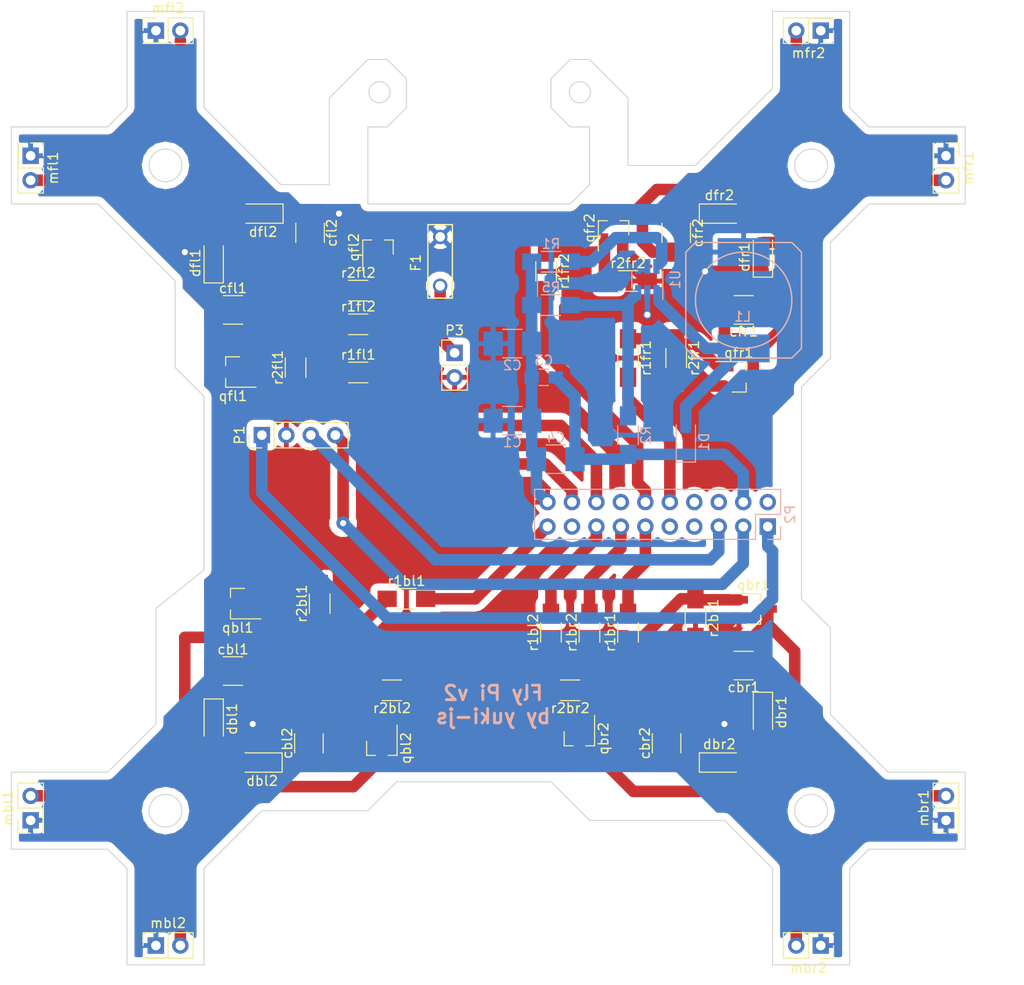
<source format=kicad_pcb>
(kicad_pcb (version 4) (host pcbnew 4.0.1-stable)
  (layers (0 F.Cu signal) (31 B.Cu signal) (34 B.Paste user hide) (35 F.Paste user hide) (36 B.SilkS user) (37 F.SilkS user) (38 B.Mask user hide) (39 F.Mask user hide) (44 Edge.Cuts user))
  (net 0 "")
  (net 1 Batt+)
  (net 2 Batt-)
  (net 3 5Vout)
  (net 4 "Net-(cbl1-Pad2)")
  (net 5 "Net-(cbl2-Pad2)")
  (net 6 "Net-(cbr1-Pad2)")
  (net 7 "Net-(cbr2-Pad2)")
  (net 8 "Net-(cfl1-Pad2)")
  (net 9 "Net-(cfl2-Pad2)")
  (net 10 "Net-(cfr1-Pad2)")
  (net 11 "Net-(cfr2-Pad2)")
  (net 12 "Net-(D1-Pad2)")
  (net 13 "Net-(F1-Pad1)")
  (net 14 "Net-(P1-Pad1)")
  (net 15 "Net-(P1-Pad3)")
  (net 16 "Net-(P1-Pad4)")
  (net 17 "Net-(P2-Pad10)")
  (net 18 "Net-(P2-Pad11)")
  (net 19 "Net-(P2-Pad12)")
  (net 20 "Net-(P2-Pad13)")
  (net 21 "Net-(P2-Pad15)")
  (net 22 "Net-(P2-Pad16)")
  (net 23 "Net-(P2-Pad18)")
  (net 24 "Net-(P2-Pad19)")
  (net 25 "Net-(qbl1-Pad2)")
  (net 26 "Net-(qbl2-Pad2)")
  (net 27 "Net-(qbr1-Pad2)")
  (net 28 "Net-(qbr2-Pad2)")
  (net 29 "Net-(qfl1-Pad2)")
  (net 30 "Net-(qfl2-Pad2)")
  (net 31 "Net-(qfr1-Pad2)")
  (net 32 "Net-(qfr2-Pad2)")
  (net 33 "Net-(R1-Pad1)")
  (net 34 "Net-(R2-Pad2)")
  (module Capacitors_SMD:C_1210_HandSoldering (layer B.Cu) (at 64 54.5)
    (fp_text reference C1 (at 0 2.25) (layer B.SilkS) (effects (justify mirror)))
    (fp_text value 0.1uF)
    (pad 1 smd rect (at -2 0) (size 2 2.5) (layers B.Cu B.Paste B.Mask) (net 1 Batt+))
    (pad 2 smd rect (at 2 0) (size 2 2.5) (layers B.Cu B.Paste B.Mask) (net 2 Batt-))
  )
  (module Capacitors_SMD:C_1210_HandSoldering (layer B.Cu) (at 64 46.5)
    (fp_text reference C2 (at 0 2.25) (layer B.SilkS) (effects (justify mirror)))
    (fp_text value 10uF)
    (pad 1 smd rect (at -2 0) (size 2 2.5) (layers B.Cu B.Paste B.Mask) (net 1 Batt+))
    (pad 2 smd rect (at 2 0) (size 2 2.5) (layers B.Cu B.Paste B.Mask) (net 2 Batt-))
  )
  (module Capacitors_SMD:C_0805_HandSoldering (layer B.Cu) (at 67.25 50 180)
    (fp_text reference C3 (at 0 1.75 180) (layer B.SilkS) (effects (justify mirror)))
    (fp_text value 22uF)
    (pad 1 smd rect (at -1.25 0 180) (size 1.5 1.25) (layers B.Cu B.Paste B.Mask) (net 3 5Vout))
    (pad 2 smd rect (at 1.25 0 180) (size 1.5 1.25) (layers B.Cu B.Paste B.Mask) (net 2 Batt-))
  )
  (module Capacitors_SMD:C_1210_HandSoldering (layer B.Cu) (at 68.5 58.5 180)
    (fp_text reference C4 (at 0 2.25 180) (layer B.SilkS) (effects (justify mirror)))
    (fp_text value 0.1uF)
    (pad 1 smd rect (at -2 0 180) (size 2 2.5) (layers B.Cu B.Paste B.Mask) (net 3 5Vout))
    (pad 2 smd rect (at 2 0 180) (size 2 2.5) (layers B.Cu B.Paste B.Mask) (net 2 Batt-))
  )
  (module Capacitors_SMD:C_1210_HandSoldering (layer F.Cu) (at 35 80.5)
    (fp_text reference cbl1 (at 0 -2.25) (layer F.SilkS))
    (fp_text value 0.1u)
    (pad 1 smd rect (at -2 0) (size 2 2.5) (layers F.Cu F.Paste F.Mask) (net 1 Batt+))
    (pad 2 smd rect (at 2 0) (size 2 2.5) (layers F.Cu F.Paste F.Mask) (net 4 "Net-(cbl1-Pad2)"))
  )
  (module Capacitors_SMD:C_1210_HandSoldering (layer F.Cu) (at 42.88 88 90)
    (fp_text reference cbl2 (at 0 -2.25 90) (layer F.SilkS))
    (fp_text value 0.1u)
    (pad 1 smd rect (at -2 0 90) (size 2 2.5) (layers F.Cu F.Paste F.Mask) (net 1 Batt+))
    (pad 2 smd rect (at 2 0 90) (size 2 2.5) (layers F.Cu F.Paste F.Mask) (net 5 "Net-(cbl2-Pad2)"))
  )
  (module Capacitors_SMD:C_1210_HandSoldering (layer F.Cu) (at 88 79.93 180)
    (fp_text reference cbr1 (at 0 -2.25 180) (layer F.SilkS))
    (fp_text value 0.1u)
    (pad 1 smd rect (at -2 0 180) (size 2 2.5) (layers F.Cu F.Paste F.Mask) (net 1 Batt+))
    (pad 2 smd rect (at 2 0 180) (size 2 2.5) (layers F.Cu F.Paste F.Mask) (net 6 "Net-(cbr1-Pad2)"))
  )
  (module Capacitors_SMD:C_1210_HandSoldering (layer F.Cu) (at 80 88 90)
    (fp_text reference cbr2 (at 0 -2.25 90) (layer F.SilkS))
    (fp_text value 0.1u)
    (pad 1 smd rect (at -2 0 90) (size 2 2.5) (layers F.Cu F.Paste F.Mask) (net 1 Batt+))
    (pad 2 smd rect (at 2 0 90) (size 2 2.5) (layers F.Cu F.Paste F.Mask) (net 7 "Net-(cbr2-Pad2)"))
  )
  (module Capacitors_SMD:C_1210_HandSoldering (layer F.Cu) (at 35 43)
    (fp_text reference cfl1 (at 0 -2.25) (layer F.SilkS))
    (fp_text value 0.1u)
    (pad 1 smd rect (at -2 0) (size 2 2.5) (layers F.Cu F.Paste F.Mask) (net 1 Batt+))
    (pad 2 smd rect (at 2 0) (size 2 2.5) (layers F.Cu F.Paste F.Mask) (net 8 "Net-(cfl1-Pad2)"))
  )
  (module Capacitors_SMD:C_1210_HandSoldering (layer F.Cu) (at 43 35 270)
    (fp_text reference cfl2 (at 0 -2.25 270) (layer F.SilkS))
    (fp_text value 0.1u)
    (pad 1 smd rect (at -2 0 270) (size 2 2.5) (layers F.Cu F.Paste F.Mask) (net 1 Batt+))
    (pad 2 smd rect (at 2 0 270) (size 2 2.5) (layers F.Cu F.Paste F.Mask) (net 9 "Net-(cfl2-Pad2)"))
  )
  (module Capacitors_SMD:C_1210_HandSoldering (layer F.Cu) (at 88 43 180)
    (fp_text reference cfr1 (at 0 -2.25 180) (layer F.SilkS))
    (fp_text value 0.1u)
    (pad 1 smd rect (at -2 0 180) (size 2 2.5) (layers F.Cu F.Paste F.Mask) (net 1 Batt+))
    (pad 2 smd rect (at 2 0 180) (size 2 2.5) (layers F.Cu F.Paste F.Mask) (net 10 "Net-(cfr1-Pad2)"))
  )
  (module Capacitors_SMD:C_1210_HandSoldering (layer F.Cu) (at 81 35 270)
    (fp_text reference cfr2 (at 0 -2.25 270) (layer F.SilkS))
    (fp_text value 0.1u)
    (pad 1 smd rect (at -2 0 270) (size 2 2.5) (layers F.Cu F.Paste F.Mask) (net 1 Batt+))
    (pad 2 smd rect (at 2 0 270) (size 2 2.5) (layers F.Cu F.Paste F.Mask) (net 11 "Net-(cfr2-Pad2)"))
  )
  (module Diodes_SMD:D_SOD-123F (layer B.Cu) (at 82 56.6 90)
    (fp_text reference D1 (at -0.127 1.905 90) (layer B.SilkS) (effects (justify mirror)))
    (fp_text value 1N5817)
    (pad 1 smd rect (at -1.4 0 90) (size 1.1 1.1) (layers B.Cu B.Paste B.Mask) (net 3 5Vout))
    (pad 2 smd rect (at 1.4 0 90) (size 1.1 1.1) (layers B.Cu B.Paste B.Mask) (net 12 "Net-(D1-Pad2)"))
  )
  (module Diodes_SMD:D_SOD-123F (layer F.Cu) (at 33 85.6 270)
    (fp_text reference dbl1 (at -0.127 -1.905 270) (layer F.SilkS))
    (fp_text value D_Small)
    (pad 1 smd rect (at -1.4 0 270) (size 1.1 1.1) (layers F.Cu F.Paste F.Mask) (net 1 Batt+))
    (pad 2 smd rect (at 1.4 0 270) (size 1.1 1.1) (layers F.Cu F.Paste F.Mask) (net 4 "Net-(cbl1-Pad2)"))
  )
  (module Diodes_SMD:D_SOD-123F (layer F.Cu) (at 37.9 90 180)
    (fp_text reference dbl2 (at -0.127 -1.905 180) (layer F.SilkS))
    (fp_text value D_Small)
    (pad 1 smd rect (at -1.4 0 180) (size 1.1 1.1) (layers F.Cu F.Paste F.Mask) (net 1 Batt+))
    (pad 2 smd rect (at 1.4 0 180) (size 1.1 1.1) (layers F.Cu F.Paste F.Mask) (net 5 "Net-(cbl2-Pad2)"))
  )
  (module Diodes_SMD:D_SOD-123F (layer F.Cu) (at 90 84.9 270)
    (fp_text reference dbr1 (at -0.127 -1.905 270) (layer F.SilkS))
    (fp_text value D_Small)
    (pad 1 smd rect (at -1.4 0 270) (size 1.1 1.1) (layers F.Cu F.Paste F.Mask) (net 1 Batt+))
    (pad 2 smd rect (at 1.4 0 270) (size 1.1 1.1) (layers F.Cu F.Paste F.Mask) (net 6 "Net-(cbr1-Pad2)"))
  )
  (module Diodes_SMD:D_SOD-123F (layer F.Cu) (at 85.6 90)
    (fp_text reference dbr2 (at -0.127 -1.905) (layer F.SilkS))
    (fp_text value D_Small)
    (pad 1 smd rect (at -1.4 0) (size 1.1 1.1) (layers F.Cu F.Paste F.Mask) (net 1 Batt+))
    (pad 2 smd rect (at 1.4 0) (size 1.1 1.1) (layers F.Cu F.Paste F.Mask) (net 7 "Net-(cbr2-Pad2)"))
  )
  (module Diodes_SMD:D_SOD-123F (layer F.Cu) (at 33 38 90)
    (fp_text reference dfl1 (at -0.127 -1.905 90) (layer F.SilkS))
    (fp_text value D_Small)
    (pad 1 smd rect (at -1.4 0 90) (size 1.1 1.1) (layers F.Cu F.Paste F.Mask) (net 1 Batt+))
    (pad 2 smd rect (at 1.4 0 90) (size 1.1 1.1) (layers F.Cu F.Paste F.Mask) (net 8 "Net-(cfl1-Pad2)"))
  )
  (module Diodes_SMD:D_SOD-123F (layer F.Cu) (at 38 33 180)
    (fp_text reference dfl2 (at -0.127 -1.905 180) (layer F.SilkS))
    (fp_text value D_Small)
    (pad 1 smd rect (at -1.4 0 180) (size 1.1 1.1) (layers F.Cu F.Paste F.Mask) (net 1 Batt+))
    (pad 2 smd rect (at 1.4 0 180) (size 1.1 1.1) (layers F.Cu F.Paste F.Mask) (net 9 "Net-(cfl2-Pad2)"))
  )
  (module Diodes_SMD:D_SOD-123F (layer F.Cu) (at 90 37.4 90)
    (fp_text reference dfr1 (at -0.127 -1.905 90) (layer F.SilkS))
    (fp_text value D_Small)
    (pad 1 smd rect (at -1.4 0 90) (size 1.1 1.1) (layers F.Cu F.Paste F.Mask) (net 1 Batt+))
    (pad 2 smd rect (at 1.4 0 90) (size 1.1 1.1) (layers F.Cu F.Paste F.Mask) (net 10 "Net-(cfr1-Pad2)"))
  )
  (module Diodes_SMD:D_SOD-123F (layer F.Cu) (at 85.6 33)
    (fp_text reference dfr2 (at -0.127 -1.905) (layer F.SilkS))
    (fp_text value D_Small)
    (pad 1 smd rect (at -1.4 0) (size 1.1 1.1) (layers F.Cu F.Paste F.Mask) (net 1 Batt+))
    (pad 2 smd rect (at 1.4 0) (size 1.1 1.1) (layers F.Cu F.Paste F.Mask) (net 11 "Net-(cfr2-Pad2)"))
  )
  (module footprint:polysw (layer F.Cu) (at 56.5 37.96 90)
    (fp_text reference F1 (at -0.14986 -2.52984 90) (layer F.SilkS))
    (fp_text value "Poly switch")
    (pad 1 thru_hole circle (at -2.54 0 90) (size 1.50114 1.50114) (drill 1.00076) (layers *.Cu *.Mask) (net 13 "Net-(F1-Pad1)"))
    (pad 2 thru_hole circle (at 2.54 0.01016 90) (size 1.50114 1.50114) (drill 1.00076) (layers *.Cu *.Mask) (net 1 Batt+))
  )
  (module Inductors:SELF-WE-PD-XXL (layer B.Cu) (at 88 41.99874 90)
    (fp_text reference L1 (at -1.69926 -0.09906 360) (layer B.SilkS) (effects (justify mirror)))
    (fp_text value 3.3uH)
    (fp_text user "" (at 0 0 90) (layer B.SilkS) (effects (justify mirror)))
    (fp_text user "" (at 0 0 90) (layer B.SilkS) (effects (justify mirror)))
    (pad 1 smd rect (at -5.00126 0 90) (size 2.90068 5.40004) (layers B.Cu B.Paste B.Mask) (net 12 "Net-(D1-Pad2)"))
    (pad 2 smd rect (at 5.00126 0 90) (size 2.90068 5.40004) (layers B.Cu B.Paste B.Mask) (net 1 Batt+))
  )
  (module Pin_Headers:Pin_Header_Straight_2x01_Pitch2.54mm (layer F.Cu) (at 14 96 90)
    (fp_text reference mbl1 (at 1.27 -2.33 90) (layer F.SilkS))
    (fp_text value mbl1)
    (pad 1 thru_hole rect (at 0 0 90) (size 1.7 1.7) (drill 1) (layers *.Cu *.Mask) (net 1 Batt+))
    (pad 2 thru_hole oval (at 2.54 0 90) (size 1.7 1.7) (drill 1) (layers *.Cu *.Mask) (net 4 "Net-(cbl1-Pad2)"))
  )
  (module Pin_Headers:Pin_Header_Straight_2x01_Pitch2.54mm (layer F.Cu) (at 27 109)
    (fp_text reference mbl2 (at 1.27 -2.33) (layer F.SilkS))
    (fp_text value mbl2)
    (pad 1 thru_hole rect (at 0 0) (size 1.7 1.7) (drill 1) (layers *.Cu *.Mask) (net 1 Batt+))
    (pad 2 thru_hole oval (at 2.54 0) (size 1.7 1.7) (drill 1) (layers *.Cu *.Mask) (net 5 "Net-(cbl2-Pad2)"))
  )
  (module Pin_Headers:Pin_Header_Straight_2x01_Pitch2.54mm (layer F.Cu) (at 109 96 90)
    (fp_text reference mbr1 (at 1.27 -2.33 90) (layer F.SilkS))
    (fp_text value mbr1)
    (pad 1 thru_hole rect (at 0 0 90) (size 1.7 1.7) (drill 1) (layers *.Cu *.Mask) (net 1 Batt+))
    (pad 2 thru_hole oval (at 2.54 0 90) (size 1.7 1.7) (drill 1) (layers *.Cu *.Mask) (net 6 "Net-(cbr1-Pad2)"))
  )
  (module Pin_Headers:Pin_Header_Straight_2x01_Pitch2.54mm (layer F.Cu) (at 96 109 180)
    (fp_text reference mbr2 (at 1.27 -2.33 180) (layer F.SilkS))
    (fp_text value mbr2)
    (pad 1 thru_hole rect (at 0 0 180) (size 1.7 1.7) (drill 1) (layers *.Cu *.Mask) (net 1 Batt+))
    (pad 2 thru_hole oval (at 2.54 0 180) (size 1.7 1.7) (drill 1) (layers *.Cu *.Mask) (net 7 "Net-(cbr2-Pad2)"))
  )
  (module Pin_Headers:Pin_Header_Straight_2x01_Pitch2.54mm (layer F.Cu) (at 14 27 270)
    (fp_text reference mfl1 (at 1.27 -2.33 270) (layer F.SilkS))
    (fp_text value CONN_01X02)
    (pad 1 thru_hole rect (at 0 0 270) (size 1.7 1.7) (drill 1) (layers *.Cu *.Mask) (net 1 Batt+))
    (pad 2 thru_hole oval (at 2.54 0 270) (size 1.7 1.7) (drill 1) (layers *.Cu *.Mask) (net 8 "Net-(cfl1-Pad2)"))
  )
  (module Pin_Headers:Pin_Header_Straight_2x01_Pitch2.54mm (layer F.Cu) (at 27 14)
    (fp_text reference mfl2 (at 1.27 -2.33) (layer F.SilkS))
    (fp_text value CONN_01X02)
    (pad 1 thru_hole rect (at 0 0) (size 1.7 1.7) (drill 1) (layers *.Cu *.Mask) (net 1 Batt+))
    (pad 2 thru_hole oval (at 2.54 0) (size 1.7 1.7) (drill 1) (layers *.Cu *.Mask) (net 9 "Net-(cfl2-Pad2)"))
  )
  (module Pin_Headers:Pin_Header_Straight_2x01_Pitch2.54mm (layer F.Cu) (at 109 27 270)
    (fp_text reference mfr1 (at 1.27 -2.33 270) (layer F.SilkS))
    (fp_text value CONN_01X02)
    (pad 1 thru_hole rect (at 0 0 270) (size 1.7 1.7) (drill 1) (layers *.Cu *.Mask) (net 1 Batt+))
    (pad 2 thru_hole oval (at 2.54 0 270) (size 1.7 1.7) (drill 1) (layers *.Cu *.Mask) (net 10 "Net-(cfr1-Pad2)"))
  )
  (module Pin_Headers:Pin_Header_Straight_2x01_Pitch2.54mm (layer F.Cu) (at 96 14 180)
    (fp_text reference mfr2 (at 1.27 -2.33 180) (layer F.SilkS))
    (fp_text value CONN_01X02)
    (pad 1 thru_hole rect (at 0 0 180) (size 1.7 1.7) (drill 1) (layers *.Cu *.Mask) (net 1 Batt+))
    (pad 2 thru_hole oval (at 2.54 0 180) (size 1.7 1.7) (drill 1) (layers *.Cu *.Mask) (net 11 "Net-(cfr2-Pad2)"))
  )
  (module Pin_Headers:Pin_Header_Straight_1x02_Pitch2.54mm (layer F.Cu) (at 58 47.46)
    (fp_text reference P3 (at 0 -2.33) (layer F.SilkS))
    (fp_text value Batt)
    (pad 1 thru_hole rect (at 0 0) (size 1.7 1.7) (drill 1) (layers *.Cu *.Mask) (net 13 "Net-(F1-Pad1)"))
    (pad 2 thru_hole oval (at 0 2.54) (size 1.7 1.7) (drill 1) (layers *.Cu *.Mask) (net 2 Batt-))
  )
  (module footprint:SPN3414S23RGB (layer F.Cu) (at 35.5 73.5 180)
    (fp_text reference qbl1 (at 0 -2.5 180) (layer F.SilkS))
    (fp_text value SS8050)
    (pad 2 smd rect (at -1.5 -0.95 180) (size 1.9 0.8) (layers F.Cu F.Paste F.Mask) (net 25 "Net-(qbl1-Pad2)"))
    (pad 3 smd rect (at -1.5 0.95 180) (size 1.9 0.8) (layers F.Cu F.Paste F.Mask) (net 2 Batt-))
    (pad 1 smd rect (at 1.5 0 180) (size 1.9 0.8) (layers F.Cu F.Paste F.Mask) (net 4 "Net-(cbl1-Pad2)"))
  )
  (module footprint:SPN3414S23RGB (layer F.Cu) (at 50.45 88.5 270)
    (fp_text reference qbl2 (at 0 -2.5 270) (layer F.SilkS))
    (fp_text value SS8050)
    (pad 2 smd rect (at -1.5 -0.95 270) (size 1.9 0.8) (layers F.Cu F.Paste F.Mask) (net 26 "Net-(qbl2-Pad2)"))
    (pad 3 smd rect (at -1.5 0.95 270) (size 1.9 0.8) (layers F.Cu F.Paste F.Mask) (net 2 Batt-))
    (pad 1 smd rect (at 1.5 0 270) (size 1.9 0.8) (layers F.Cu F.Paste F.Mask) (net 5 "Net-(cbl2-Pad2)"))
  )
  (module footprint:SPN3414S23RGB (layer F.Cu) (at 89 74.05)
    (fp_text reference qbr1 (at 0 -2.5) (layer F.SilkS))
    (fp_text value SS8050)
    (pad 2 smd rect (at -1.5 -0.95) (size 1.9 0.8) (layers F.Cu F.Paste F.Mask) (net 27 "Net-(qbr1-Pad2)"))
    (pad 3 smd rect (at -1.5 0.95) (size 1.9 0.8) (layers F.Cu F.Paste F.Mask) (net 2 Batt-))
    (pad 1 smd rect (at 1.5 0) (size 1.9 0.8) (layers F.Cu F.Paste F.Mask) (net 6 "Net-(cbr1-Pad2)"))
  )
  (module footprint:SPN3414S23RGB (layer F.Cu) (at 70.95 87.5 270)
    (fp_text reference qbr2 (at 0 -2.5 270) (layer F.SilkS))
    (fp_text value SS8050)
    (pad 2 smd rect (at -1.5 -0.95 270) (size 1.9 0.8) (layers F.Cu F.Paste F.Mask) (net 28 "Net-(qbr2-Pad2)"))
    (pad 3 smd rect (at -1.5 0.95 270) (size 1.9 0.8) (layers F.Cu F.Paste F.Mask) (net 2 Batt-))
    (pad 1 smd rect (at 1.5 0 270) (size 1.9 0.8) (layers F.Cu F.Paste F.Mask) (net 7 "Net-(cbr2-Pad2)"))
  )
  (module footprint:SPN3414S23RGB (layer F.Cu) (at 35 49.45 180)
    (fp_text reference qfl1 (at 0 -2.5 180) (layer F.SilkS))
    (fp_text value SS8050)
    (pad 2 smd rect (at -1.5 -0.95 180) (size 1.9 0.8) (layers F.Cu F.Paste F.Mask) (net 29 "Net-(qfl1-Pad2)"))
    (pad 3 smd rect (at -1.5 0.95 180) (size 1.9 0.8) (layers F.Cu F.Paste F.Mask) (net 2 Batt-))
    (pad 1 smd rect (at 1.5 0 180) (size 1.9 0.8) (layers F.Cu F.Paste F.Mask) (net 8 "Net-(cfl1-Pad2)"))
  )
  (module footprint:SPN3414S23RGB (layer F.Cu) (at 50.05 36.5 90)
    (fp_text reference qfl2 (at 0 -2.5 90) (layer F.SilkS))
    (fp_text value SS8050)
    (pad 2 smd rect (at -1.5 -0.95 90) (size 1.9 0.8) (layers F.Cu F.Paste F.Mask) (net 30 "Net-(qfl2-Pad2)"))
    (pad 3 smd rect (at -1.5 0.95 90) (size 1.9 0.8) (layers F.Cu F.Paste F.Mask) (net 2 Batt-))
    (pad 1 smd rect (at 1.5 0 90) (size 1.9 0.8) (layers F.Cu F.Paste F.Mask) (net 9 "Net-(cfl2-Pad2)"))
  )
  (module footprint:SPN3414S23RGB (layer F.Cu) (at 87.5 49.95)
    (fp_text reference qfr1 (at 0 -2.5) (layer F.SilkS))
    (fp_text value SS8050)
    (pad 2 smd rect (at -1.5 -0.95) (size 1.9 0.8) (layers F.Cu F.Paste F.Mask) (net 31 "Net-(qfr1-Pad2)"))
    (pad 3 smd rect (at -1.5 0.95) (size 1.9 0.8) (layers F.Cu F.Paste F.Mask) (net 2 Batt-))
    (pad 1 smd rect (at 1.5 0) (size 1.9 0.8) (layers F.Cu F.Paste F.Mask) (net 10 "Net-(cfr1-Pad2)"))
  )
  (module footprint:SPN3414S23RGB (layer F.Cu) (at 74.5 34.5 90)
    (fp_text reference qfr2 (at 0 -2.5 90) (layer F.SilkS))
    (fp_text value SS8050)
    (pad 2 smd rect (at -1.5 -0.95 90) (size 1.9 0.8) (layers F.Cu F.Paste F.Mask) (net 32 "Net-(qfr2-Pad2)"))
    (pad 3 smd rect (at -1.5 0.95 90) (size 1.9 0.8) (layers F.Cu F.Paste F.Mask) (net 2 Batt-))
    (pad 1 smd rect (at 1.5 0 90) (size 1.9 0.8) (layers F.Cu F.Paste F.Mask) (net 11 "Net-(cfr2-Pad2)"))
  )
  (module Resistors_SMD:R_1206_HandSoldering (layer B.Cu) (at 68 38 180)
    (fp_text reference R1 (at 0 1.85 180) (layer B.SilkS) (effects (justify mirror)))
    (fp_text value 10k)
    (pad 1 smd rect (at -2 0 180) (size 2 1.7) (layers B.Cu B.Paste B.Mask) (net 33 "Net-(R1-Pad1)"))
    (pad 2 smd rect (at 2 0 180) (size 2 1.7) (layers B.Cu B.Paste B.Mask) (net 2 Batt-))
  )
  (module Resistors_SMD:R_1206_HandSoldering (layer F.Cu) (at 53 73)
    (fp_text reference r1bl1 (at 0 -1.85) (layer F.SilkS))
    (fp_text value 200)
    (pad 1 smd rect (at -2 0) (size 2 1.7) (layers F.Cu F.Paste F.Mask) (net 25 "Net-(qbl1-Pad2)"))
    (pad 2 smd rect (at 2 0) (size 2 1.7) (layers F.Cu F.Paste F.Mask) (net 24 "Net-(P2-Pad19)"))
  )
  (module Resistors_SMD:R_1206_HandSoldering (layer F.Cu) (at 68 76.5 90)
    (fp_text reference r1bl2 (at 0 -1.85 90) (layer F.SilkS))
    (fp_text value 200)
    (pad 1 smd rect (at -2 0 90) (size 2 1.7) (layers F.Cu F.Paste F.Mask) (net 26 "Net-(qbl2-Pad2)"))
    (pad 2 smd rect (at 2 0 90) (size 2 1.7) (layers F.Cu F.Paste F.Mask) (net 21 "Net-(P2-Pad15)"))
  )
  (module Resistors_SMD:R_1206_HandSoldering (layer F.Cu) (at 76 76.5 90)
    (fp_text reference r1br1 (at 0 -1.85 90) (layer F.SilkS))
    (fp_text value 200)
    (pad 1 smd rect (at -2 0 90) (size 2 1.7) (layers F.Cu F.Paste F.Mask) (net 27 "Net-(qbr1-Pad2)"))
    (pad 2 smd rect (at 2 0 90) (size 2 1.7) (layers F.Cu F.Paste F.Mask) (net 18 "Net-(P2-Pad11)"))
  )
  (module Resistors_SMD:R_1206_HandSoldering (layer F.Cu) (at 72 76.5 90)
    (fp_text reference r1br2 (at 0 -1.85 90) (layer F.SilkS))
    (fp_text value 200)
    (pad 1 smd rect (at -2 0 90) (size 2 1.7) (layers F.Cu F.Paste F.Mask) (net 28 "Net-(qbr2-Pad2)"))
    (pad 2 smd rect (at 2 0 90) (size 2 1.7) (layers F.Cu F.Paste F.Mask) (net 20 "Net-(P2-Pad13)"))
  )
  (module Resistors_SMD:R_1206_HandSoldering (layer F.Cu) (at 48 49.5)
    (fp_text reference r1fl1 (at 0 -1.85) (layer F.SilkS))
    (fp_text value 200)
    (pad 1 smd rect (at -2 0) (size 2 1.7) (layers F.Cu F.Paste F.Mask) (net 29 "Net-(qfl1-Pad2)"))
    (pad 2 smd rect (at 2 0) (size 2 1.7) (layers F.Cu F.Paste F.Mask) (net 23 "Net-(P2-Pad18)"))
  )
  (module Resistors_SMD:R_1206_HandSoldering (layer F.Cu) (at 48 44.5)
    (fp_text reference r1fl2 (at 0 -1.85) (layer F.SilkS))
    (fp_text value 200)
    (pad 1 smd rect (at -2 0) (size 2 1.7) (layers F.Cu F.Paste F.Mask) (net 30 "Net-(qfl2-Pad2)"))
    (pad 2 smd rect (at 2 0) (size 2 1.7) (layers F.Cu F.Paste F.Mask) (net 22 "Net-(P2-Pad16)"))
  )
  (module Resistors_SMD:R_1206_HandSoldering (layer F.Cu) (at 76 48 270)
    (fp_text reference r1fr1 (at 0 -1.85 270) (layer F.SilkS))
    (fp_text value 200)
    (pad 1 smd rect (at -2 0 270) (size 2 1.7) (layers F.Cu F.Paste F.Mask) (net 31 "Net-(qfr1-Pad2)"))
    (pad 2 smd rect (at 2 0 270) (size 2 1.7) (layers F.Cu F.Paste F.Mask) (net 17 "Net-(P2-Pad10)"))
  )
  (module Resistors_SMD:R_1206_HandSoldering (layer F.Cu) (at 67.5 39 270)
    (fp_text reference r1fr2 (at 0 -1.85 270) (layer F.SilkS))
    (fp_text value 200)
    (pad 1 smd rect (at -2 0 270) (size 2 1.7) (layers F.Cu F.Paste F.Mask) (net 32 "Net-(qfr2-Pad2)"))
    (pad 2 smd rect (at 2 0 270) (size 2 1.7) (layers F.Cu F.Paste F.Mask) (net 19 "Net-(P2-Pad12)"))
  )
  (module Resistors_SMD:R_1206_HandSoldering (layer B.Cu) (at 76 56 90)
    (fp_text reference R2 (at 0 1.85 90) (layer B.SilkS) (effects (justify mirror)))
    (fp_text value 110k)
    (pad 1 smd rect (at -2 0 90) (size 2 1.7) (layers B.Cu B.Paste B.Mask) (net 3 5Vout))
    (pad 2 smd rect (at 2 0 90) (size 2 1.7) (layers B.Cu B.Paste B.Mask) (net 34 "Net-(R2-Pad2)"))
  )
  (module Resistors_SMD:R_1206_HandSoldering (layer F.Cu) (at 44 73.5 90)
    (fp_text reference r2bl1 (at 0 -1.85 90) (layer F.SilkS))
    (fp_text value 8.2k)
    (pad 1 smd rect (at -2 0 90) (size 2 1.7) (layers F.Cu F.Paste F.Mask) (net 25 "Net-(qbl1-Pad2)"))
    (pad 2 smd rect (at 2 0 90) (size 2 1.7) (layers F.Cu F.Paste F.Mask) (net 2 Batt-))
  )
  (module Resistors_SMD:R_1206_HandSoldering (layer F.Cu) (at 51.5 82.5 180)
    (fp_text reference r2bl2 (at 0 -1.85 180) (layer F.SilkS))
    (fp_text value 8.2k)
    (pad 1 smd rect (at -2 0 180) (size 2 1.7) (layers F.Cu F.Paste F.Mask) (net 26 "Net-(qbl2-Pad2)"))
    (pad 2 smd rect (at 2 0 180) (size 2 1.7) (layers F.Cu F.Paste F.Mask) (net 2 Batt-))
  )
  (module Resistors_SMD:R_1206_HandSoldering (layer F.Cu) (at 83 75 270)
    (fp_text reference r2br1 (at 0 -1.85 270) (layer F.SilkS))
    (fp_text value 8.2k)
    (pad 1 smd rect (at -2 0 270) (size 2 1.7) (layers F.Cu F.Paste F.Mask) (net 27 "Net-(qbr1-Pad2)"))
    (pad 2 smd rect (at 2 0 270) (size 2 1.7) (layers F.Cu F.Paste F.Mask) (net 2 Batt-))
  )
  (module Resistors_SMD:R_1206_HandSoldering (layer F.Cu) (at 70 82.5 180)
    (fp_text reference r2br2 (at 0 -1.85 180) (layer F.SilkS))
    (fp_text value 8.2k)
    (pad 1 smd rect (at -2 0 180) (size 2 1.7) (layers F.Cu F.Paste F.Mask) (net 28 "Net-(qbr2-Pad2)"))
    (pad 2 smd rect (at 2 0 180) (size 2 1.7) (layers F.Cu F.Paste F.Mask) (net 2 Batt-))
  )
  (module Resistors_SMD:R_1206_HandSoldering (layer F.Cu) (at 41.5 49 90)
    (fp_text reference r2fl1 (at 0 -1.85 90) (layer F.SilkS))
    (fp_text value 8.2k)
    (pad 1 smd rect (at -2 0 90) (size 2 1.7) (layers F.Cu F.Paste F.Mask) (net 29 "Net-(qfl1-Pad2)"))
    (pad 2 smd rect (at 2 0 90) (size 2 1.7) (layers F.Cu F.Paste F.Mask) (net 2 Batt-))
  )
  (module Resistors_SMD:R_1206_HandSoldering (layer F.Cu) (at 48 41)
    (fp_text reference r2fl2 (at 0 -1.85) (layer F.SilkS))
    (fp_text value 8.2k)
    (pad 1 smd rect (at -2 0) (size 2 1.7) (layers F.Cu F.Paste F.Mask) (net 30 "Net-(qfl2-Pad2)"))
    (pad 2 smd rect (at 2 0) (size 2 1.7) (layers F.Cu F.Paste F.Mask) (net 2 Batt-))
  )
  (module Resistors_SMD:R_1206_HandSoldering (layer F.Cu) (at 81 48 270)
    (fp_text reference r2fr1 (at 0 -1.85 270) (layer F.SilkS))
    (fp_text value 8.2k)
    (pad 1 smd rect (at -2 0 270) (size 2 1.7) (layers F.Cu F.Paste F.Mask) (net 31 "Net-(qfr1-Pad2)"))
    (pad 2 smd rect (at 2 0 270) (size 2 1.7) (layers F.Cu F.Paste F.Mask) (net 2 Batt-))
  )
  (module Resistors_SMD:R_1206_HandSoldering (layer F.Cu) (at 76 40)
    (fp_text reference r2fr2 (at 0 -1.85) (layer F.SilkS))
    (fp_text value 8.2k)
    (pad 1 smd rect (at -2 0) (size 2 1.7) (layers F.Cu F.Paste F.Mask) (net 32 "Net-(qfr2-Pad2)"))
    (pad 2 smd rect (at 2 0) (size 2 1.7) (layers F.Cu F.Paste F.Mask) (net 2 Batt-))
  )
  (module Resistors_SMD:R_1206_HandSoldering (layer B.Cu) (at 68 42.5 180)
    (fp_text reference R5 (at 0 1.85 180) (layer B.SilkS) (effects (justify mirror)))
    (fp_text value 15k)
    (pad 1 smd rect (at -2 0 180) (size 2 1.7) (layers B.Cu B.Paste B.Mask) (net 34 "Net-(R2-Pad2)"))
    (pad 2 smd rect (at 2 0 180) (size 2 1.7) (layers B.Cu B.Paste B.Mask) (net 2 Batt-))
  )
  (module footprint:FP6291 (layer B.Cu) (at 78 39.85 90)
    (fp_text reference U1 (at 0 2.9 90) (layer B.SilkS) (effects (justify mirror)))
    (fp_text value FP6291)
    (pad 1 smd rect (at -1.35 0.95 90) (size 1.56 0.65) (layers B.Cu B.Paste B.Mask) (net 12 "Net-(D1-Pad2)"))
    (pad 2 smd rect (at -1.35 0 90) (size 1.56 0.65) (layers B.Cu B.Paste B.Mask) (net 2 Batt-))
    (pad 3 smd rect (at -1.35 -0.95 90) (size 1.56 0.65) (layers B.Cu B.Paste B.Mask) (net 34 "Net-(R2-Pad2)"))
    (pad 4 smd rect (at 1.35 -0.95 90) (size 1.56 0.65) (layers B.Cu B.Paste B.Mask) (net 1 Batt+))
    (pad 6 smd rect (at 1.35 0.95 90) (size 1.56 0.65) (layers B.Cu B.Paste B.Mask) (net 33 "Net-(R1-Pad1)"))
    (pad 5 smd rect (at 1.35 0 90) (size 1.56 0.65) (layers B.Cu B.Paste B.Mask) (net 1 Batt+))
  )
  (module Pin_Headers:Pin_Header_Straight_1x04_Pitch2.54mm (layer F.Cu) (at 38 56 90)
    (fp_text reference P1 (at 0 -2.33 90) (layer F.SilkS))
    (fp_text value Accel)
    (pad 1 thru_hole rect (at 0 0 90) (size 1.7 1.7) (drill 1) (layers *.Cu *.Mask) (net 14 "Net-(P1-Pad1)"))
    (pad 2 thru_hole oval (at 0 2.54 90) (size 1.7 1.7) (drill 1) (layers *.Cu *.Mask) (net 2 Batt-))
    (pad 3 thru_hole oval (at 0 5.08 90) (size 1.7 1.7) (drill 1) (layers *.Cu *.Mask) (net 15 "Net-(P1-Pad3)"))
    (pad 4 thru_hole oval (at 0 7.62 90) (size 1.7 1.7) (drill 1) (layers *.Cu *.Mask) (net 16 "Net-(P1-Pad4)"))
  )
  (module Pin_Headers:Pin_Header_Straight_2x10_Pitch2.54mm (layer B.Cu) (at 90.5 65.5 90)
    (fp_text reference P2 (at 1.27 2.33 90) (layer B.SilkS) (effects (justify mirror)))
    (fp_text value CONN_02X10)
    (pad 1 thru_hole rect (at 0 0 90) (size 1.7 1.7) (drill 1) (layers *.Cu *.Mask) (net 14 "Net-(P1-Pad1)"))
    (pad 2 thru_hole oval (at 2.54 0 90) (size 1.7 1.7) (drill 1) (layers *.Cu *.Mask))
    (pad 3 thru_hole oval (at 0 -2.54 90) (size 1.7 1.7) (drill 1) (layers *.Cu *.Mask) (net 16 "Net-(P1-Pad4)"))
    (pad 4 thru_hole oval (at 2.54 -2.54 90) (size 1.7 1.7) (drill 1) (layers *.Cu *.Mask) (net 3 5Vout))
    (pad 5 thru_hole oval (at 0 -5.08 90) (size 1.7 1.7) (drill 1) (layers *.Cu *.Mask) (net 15 "Net-(P1-Pad3)"))
    (pad 6 thru_hole oval (at 2.54 -5.08 90) (size 1.7 1.7) (drill 1) (layers *.Cu *.Mask))
    (pad 7 thru_hole oval (at 0 -7.62 90) (size 1.7 1.7) (drill 1) (layers *.Cu *.Mask))
    (pad 8 thru_hole oval (at 2.54 -7.62 90) (size 1.7 1.7) (drill 1) (layers *.Cu *.Mask))
    (pad 9 thru_hole oval (at 0 -10.16 90) (size 1.7 1.7) (drill 1) (layers *.Cu *.Mask))
    (pad 10 thru_hole oval (at 2.54 -10.16 90) (size 1.7 1.7) (drill 1) (layers *.Cu *.Mask) (net 17 "Net-(P2-Pad10)"))
    (pad 11 thru_hole oval (at 0 -12.7 90) (size 1.7 1.7) (drill 1) (layers *.Cu *.Mask) (net 18 "Net-(P2-Pad11)"))
    (pad 12 thru_hole oval (at 2.54 -12.7 90) (size 1.7 1.7) (drill 1) (layers *.Cu *.Mask) (net 19 "Net-(P2-Pad12)"))
    (pad 13 thru_hole oval (at 0 -15.24 90) (size 1.7 1.7) (drill 1) (layers *.Cu *.Mask) (net 20 "Net-(P2-Pad13)"))
    (pad 14 thru_hole oval (at 2.54 -15.24 90) (size 1.7 1.7) (drill 1) (layers *.Cu *.Mask))
    (pad 15 thru_hole oval (at 0 -17.78 90) (size 1.7 1.7) (drill 1) (layers *.Cu *.Mask) (net 21 "Net-(P2-Pad15)"))
    (pad 16 thru_hole oval (at 2.54 -17.78 90) (size 1.7 1.7) (drill 1) (layers *.Cu *.Mask) (net 22 "Net-(P2-Pad16)"))
    (pad 17 thru_hole oval (at 0 -20.32 90) (size 1.7 1.7) (drill 1) (layers *.Cu *.Mask))
    (pad 18 thru_hole oval (at 2.54 -20.32 90) (size 1.7 1.7) (drill 1) (layers *.Cu *.Mask) (net 23 "Net-(P2-Pad18)"))
    (pad 19 thru_hole oval (at 0 -22.86 90) (size 1.7 1.7) (drill 1) (layers *.Cu *.Mask) (net 24 "Net-(P2-Pad19)"))
    (pad 20 thru_hole oval (at 2.54 -22.86 90) (size 1.7 1.7) (drill 1) (layers *.Cu *.Mask) (net 2 Batt-))
  )
  (gr_text "Fly Pi v2\nby yuki-js" (at 62 84) (layer B.SilkS) (effects (font (size 1.5 1.5) (thickness 0.3)) (justify mirror)))
  (gr_line (start 76 28) (end 83 28) (layer Edge.Cuts) (width 0.1))
  (gr_line (start 76 21) (end 76 28) (layer Edge.Cuts) (width 0.1))
  (gr_line (start 70 32) (end 49 32) (layer Edge.Cuts) (width 0.1))
  (gr_line (start 72 30) (end 70 32) (layer Edge.Cuts) (width 0.1))
  (gr_line (start 72 24) (end 72 30) (layer Edge.Cuts) (width 0.1))
  (gr_line (start 70 24) (end 72 24) (layer Edge.Cuts) (width 0.1))
  (gr_line (start 68 22) (end 70 24) (layer Edge.Cuts) (width 0.1))
  (gr_line (start 68 19) (end 68 22) (layer Edge.Cuts) (width 0.1))
  (gr_line (start 45 30) (end 40 30) (layer Edge.Cuts) (width 0.1))
  (gr_line (start 45 21) (end 45 30) (layer Edge.Cuts) (width 0.1))
  (gr_line (start 49 24) (end 49 32) (layer Edge.Cuts) (width 0.1))
  (gr_line (start 51 24) (end 49 24) (layer Edge.Cuts) (width 0.1))
  (gr_line (start 53 22) (end 51 24) (layer Edge.Cuts) (width 0.1))
  (gr_line (start 53 19) (end 53 22) (layer Edge.Cuts) (width 0.1))
  (gr_line (start 32 22) (end 40 30) (layer Edge.Cuts) (width 0.1))
  (gr_line (start 49 17) (end 45 21) (layer Edge.Cuts) (width 0.1))
  (gr_line (start 51 17) (end 49 17) (layer Edge.Cuts) (width 0.1))
  (gr_line (start 72 17) (end 76 21) (layer Edge.Cuts) (width 0.1))
  (gr_line (start 70 17) (end 72 17) (layer Edge.Cuts) (width 0.1))
  (gr_line (start 68 19) (end 70 17) (layer Edge.Cuts) (width 0.1))
  (gr_line (start 51 17) (end 53 19) (layer Edge.Cuts) (width 0.1))
  (gr_circle (center 50.2 20.4) (end 49.1 20.4) (layer Edge.Cuts) (width 0.1))
  (gr_circle (center 71 20.4) (end 72.1 20.4) (layer Edge.Cuts) (width 0.1))
  (gr_line (start 97 48) (end 94 51) (layer Edge.Cuts) (width 0.1))
  (gr_line (start 97 36) (end 97 48) (layer Edge.Cuts) (width 0.1))
  (gr_line (start 101 32) (end 97 36) (layer Edge.Cuts) (width 0.1))
  (gr_line (start 83 28) (end 91 20) (layer Edge.Cuts) (width 0.1))
  (gr_line (start 29 40) (end 21 32) (layer Edge.Cuts) (width 0.1))
  (gr_line (start 29 49) (end 29 40) (layer Edge.Cuts) (width 0.1))
  (gr_line (start 32 52) (end 29 49) (layer Edge.Cuts) (width 0.1))
  (gr_line (start 32 70) (end 32 52) (layer Edge.Cuts) (width 0.1))
  (gr_line (start 27 74) (end 32 70) (layer Edge.Cuts) (width 0.1))
  (gr_line (start 27 86) (end 27 74) (layer Edge.Cuts) (width 0.1))
  (gr_line (start 22 91) (end 27 86) (layer Edge.Cuts) (width 0.1))
  (gr_line (start 68 92) (end 52 92) (layer Edge.Cuts) (width 0.1))
  (gr_line (start 72 96) (end 68 92) (layer Edge.Cuts) (width 0.1))
  (gr_line (start 86 96) (end 72 96) (layer Edge.Cuts) (width 0.1))
  (gr_line (start 91 101) (end 86 96) (layer Edge.Cuts) (width 0.1))
  (gr_line (start 97 85) (end 103 91) (layer Edge.Cuts) (width 0.1))
  (gr_line (start 97 76) (end 97 85) (layer Edge.Cuts) (width 0.1))
  (gr_line (start 94 73) (end 97 76) (layer Edge.Cuts) (width 0.1))
  (gr_line (start 94 51) (end 94 73) (layer Edge.Cuts) (width 0.1))
  (gr_line (start 91 111) (end 91 101) (layer Edge.Cuts) (width 0.1))
  (gr_line (start 49 95) (end 52 92) (layer Edge.Cuts) (width 0.1))
  (gr_line (start 38 95) (end 49 95) (layer Edge.Cuts) (width 0.1))
  (gr_line (start 32 101) (end 38 95) (layer Edge.Cuts) (width 0.1))
  (gr_line (start 22 99) (end 12 99) (layer Edge.Cuts) (width 0.1))
  (gr_line (start 22 91) (end 12 91) (layer Edge.Cuts) (width 0.1))
  (gr_line (start 12 99) (end 12 91) (layer Edge.Cuts) (width 0.1))
  (gr_line (start 32 111) (end 24 111) (layer Edge.Cuts) (width 0.1))
  (gr_line (start 32 101) (end 32 111) (layer Edge.Cuts) (width 0.1))
  (gr_line (start 24 101) (end 24 111) (layer Edge.Cuts) (width 0.1))
  (gr_line (start 99 101) (end 99 111) (layer Edge.Cuts) (width 0.1))
  (gr_line (start 99 111) (end 91 111) (layer Edge.Cuts) (width 0.1))
  (gr_line (start 111 91) (end 111 99) (layer Edge.Cuts) (width 0.1))
  (gr_line (start 103 91) (end 111 91) (layer Edge.Cuts) (width 0.1))
  (gr_line (start 101 99) (end 111 99) (layer Edge.Cuts) (width 0.1))
  (gr_line (start 24 22) (end 24 12) (layer Edge.Cuts) (width 0.1))
  (gr_line (start 32 22) (end 32 12) (layer Edge.Cuts) (width 0.1))
  (gr_line (start 24 12) (end 32 12) (layer Edge.Cuts) (width 0.1))
  (gr_line (start 12 32) (end 12 24) (layer Edge.Cuts) (width 0.1))
  (gr_line (start 21 32) (end 12 32) (layer Edge.Cuts) (width 0.1))
  (gr_line (start 22 24) (end 12 24) (layer Edge.Cuts) (width 0.1))
  (gr_line (start 91 12) (end 99 12) (layer Edge.Cuts) (width 0.1))
  (gr_line (start 91 20) (end 91 12) (layer Edge.Cuts) (width 0.1))
  (gr_line (start 99 22) (end 99 12) (layer Edge.Cuts) (width 0.1))
  (gr_line (start 111 24) (end 111 32) (layer Edge.Cuts) (width 0.1))
  (gr_line (start 101 24) (end 111 24) (layer Edge.Cuts) (width 0.1))
  (gr_line (start 22 24) (end 24 22) (layer Edge.Cuts) (width 0.1))
  (gr_line (start 99 22) (end 101 24) (layer Edge.Cuts) (width 0.1))
  (gr_line (start 99 101) (end 101 99) (layer Edge.Cuts) (width 0.1))
  (gr_line (start 24 101) (end 22 99) (layer Edge.Cuts) (width 0.1))
  (gr_line (start 101 32) (end 111 32) (layer Edge.Cuts) (width 0.1))
  (gr_circle (center 95 28) (end 96.7 28) (layer Edge.Cuts) (width 0.1))
  (gr_circle (center 28 28) (end 29.7 28) (layer Edge.Cuts) (width 0.1))
  (gr_circle (center 28 95) (end 29.7 95) (layer Edge.Cuts) (width 0.1))
  (gr_circle (center 95 95) (end 96.7 95) (layer Edge.Cuts) (width 0.1))
  (via (at 84 39) (size 1.4) (drill 0.635) (layers F.Cu B.Cu) (net 1))
  (segment (start 33 39.4) (end 32.4 39.4) (width 1.2) (layer F.Cu) (net 1))
  (segment (start 32.4 39.4) (end 30 37) (width 1.2) (layer F.Cu) (net 1))
  (via (at 30 37) (size 1.4) (drill 0.635) (layers F.Cu B.Cu) (net 1))
  (segment (start 43 33) (end 46 33) (width 1.2) (layer F.Cu) (net 1))
  (via (at 46 33) (size 1.4) (drill 0.635) (layers F.Cu B.Cu) (net 1))
  (segment (start 37.05 86) (end 35.05 84) (width 1.2) (layer F.Cu) (net 1))
  (segment (start 39.3 88.25) (end 37.05 86) (width 1.2) (layer F.Cu) (net 1))
  (via (at 37.05 86) (size 1.4) (drill 0.635) (layers F.Cu B.Cu) (net 1))
  (segment (start 86 86) (end 84.2 87.8) (width 1.2) (layer F.Cu) (net 1))
  (segment (start 88 84) (end 86 86) (width 1.2) (layer F.Cu) (net 1))
  (via (at 86 86) (size 1.4) (drill 0.635) (layers F.Cu B.Cu) (net 1))
  (segment (start 84.2 33) (end 84.2 34) (width 1.2) (layer F.Cu) (net 1))
  (segment (start 84 34.2) (end 84.2 34) (width 1.2) (layer F.Cu) (net 1))
  (segment (start 84 39) (end 84 34.2) (width 1.2) (layer F.Cu) (net 1))
  (segment (start 89.8 39) (end 84 39) (width 1.2) (layer F.Cu) (net 1))
  (segment (start 35.05 84) (end 34.85 84.2) (width 1.2) (layer F.Cu) (net 1))
  (segment (start 34.85 84.2) (end 33 84.2) (width 1.2) (layer F.Cu) (net 1))
  (segment (start 39.3 90) (end 39.3 88.25) (width 1.2) (layer F.Cu) (net 1))
  (segment (start 84.2 87.8) (end 84.2 90) (width 1.2) (layer F.Cu) (net 1))
  (segment (start 88 83.75) (end 88 84) (width 1.2) (layer F.Cu) (net 1))
  (segment (start 90 83.5) (end 88.25 83.5) (width 1.2) (layer F.Cu) (net 1))
  (segment (start 88.25 83.5) (end 88 83.75) (width 1.2) (layer F.Cu) (net 1))
  (segment (start 89.8 39) (end 90 38.8) (width 1.2) (layer F.Cu) (net 1))
  (segment (start 77.05 38.5) (end 77.724992 38.5) (width 1.2) (layer B.Cu) (net 1))
  (segment (start 90 83.5) (end 90 79.93) (width 1.2) (layer F.Cu) (net 1))
  (segment (start 80 90) (end 84.2 90) (width 1.2) (layer F.Cu) (net 1))
  (segment (start 33 84.2) (end 33 80.5) (width 1.2) (layer F.Cu) (net 1))
  (segment (start 39.3 90) (end 42.88 90) (width 1.2) (layer F.Cu) (net 1))
  (segment (start 90 38.8) (end 90 43) (width 1.2) (layer F.Cu) (net 1))
  (segment (start 84.2 33) (end 81 33) (width 1.2) (layer F.Cu) (net 1))
  (segment (start 39.4 33) (end 43 33) (width 1.2) (layer F.Cu) (net 1))
  (segment (start 33 43) (end 33 39.4) (width 1.2) (layer F.Cu) (net 1))
  (segment (start 78 41.2) (end 78 43.5) (width 0.55) (layer B.Cu) (net 2))
  (via (at 78 43.5) (size 0.889) (drill 0.635) (layers F.Cu B.Cu) (net 2))
  (segment (start 66.5 58.5) (end 66.5 61.82) (width 1.2) (layer B.Cu) (net 2))
  (segment (start 66.5 61.82) (end 67.64 62.96) (width 1.2) (layer B.Cu) (net 2))
  (segment (start 66 54.5) (end 66 58) (width 1.2) (layer B.Cu) (net 2))
  (segment (start 66 58) (end 66.5 58.5) (width 1.2) (layer B.Cu) (net 2))
  (segment (start 66 50) (end 66 54.5) (width 1.2) (layer B.Cu) (net 2))
  (segment (start 66 46.5) (end 66 50) (width 1.2) (layer B.Cu) (net 2))
  (segment (start 66 42.5) (end 66 46.5) (width 1.2) (layer B.Cu) (net 2))
  (segment (start 66 38) (end 66 42.5) (width 1.2) (layer B.Cu) (net 2))
  (segment (start 68 82.5) (end 68 84) (width 1.2) (layer F.Cu) (net 2))
  (segment (start 68 84) (end 70 86) (width 1.2) (layer F.Cu) (net 2))
  (segment (start 84.95 77) (end 83 77) (width 1.2) (layer F.Cu) (net 2))
  (segment (start 87.5 75) (end 86.95 75) (width 1.2) (layer F.Cu) (net 2))
  (segment (start 86.95 75) (end 84.95 77) (width 1.2) (layer F.Cu) (net 2))
  (segment (start 44 71.5) (end 38.05 71.5) (width 1.2) (layer F.Cu) (net 2))
  (segment (start 38.05 71.5) (end 37 72.55) (width 1.2) (layer F.Cu) (net 2))
  (segment (start 49.5 87) (end 49.5 82.5) (width 1.2) (layer F.Cu) (net 2))
  (segment (start 49.5 87) (end 49.5 86.45) (width 1.2) (layer F.Cu) (net 2))
  (segment (start 86 50.9) (end 81.9 50.9) (width 1.2) (layer F.Cu) (net 2))
  (segment (start 81.9 50.9) (end 81 50) (width 1.2) (layer F.Cu) (net 2))
  (segment (start 75.45 37.45) (end 78 40) (width 1.2) (layer F.Cu) (net 2))
  (segment (start 75.45 36) (end 75.45 37.45) (width 1.2) (layer F.Cu) (net 2))
  (segment (start 87.96 59.96) (end 86 58) (width 1.2) (layer B.Cu) (net 3))
  (segment (start 86 58) (end 82 58) (width 1.2) (layer B.Cu) (net 3))
  (segment (start 87.96 62.96) (end 87.96 59.96) (width 1.2) (layer B.Cu) (net 3))
  (segment (start 76 58) (end 82 58) (width 1.2) (layer B.Cu) (net 3))
  (segment (start 70.5 58.5) (end 75.5 58.5) (width 1.2) (layer B.Cu) (net 3))
  (segment (start 75.5 58.5) (end 76 58) (width 1.2) (layer B.Cu) (net 3))
  (segment (start 70.5 58.5) (end 70.5 52) (width 1.2) (layer B.Cu) (net 3))
  (segment (start 70.5 52) (end 68.5 50) (width 1.2) (layer B.Cu) (net 3))
  (segment (start 14 93.46) (end 23.54 93.46) (width 1.2) (layer F.Cu) (net 4))
  (segment (start 23.54 93.46) (end 30 87) (width 1.2) (layer F.Cu) (net 4))
  (segment (start 30 77) (end 30 87) (width 1.2) (layer F.Cu) (net 4))
  (segment (start 35 77) (end 30 77) (width 1.2) (layer F.Cu) (net 4))
  (segment (start 35 77) (end 35.95 77) (width 1.2) (layer F.Cu) (net 4))
  (segment (start 35.95 77) (end 37 78.05) (width 1.2) (layer F.Cu) (net 4))
  (segment (start 37 78.05) (end 37 80.5) (width 1.2) (layer F.Cu) (net 4))
  (segment (start 34 76) (end 34 73.5) (width 1.2) (layer F.Cu) (net 4))
  (segment (start 34 76) (end 35 77) (width 1.2) (layer F.Cu) (net 4))
  (segment (start 30 87) (end 33 87) (width 1.2) (layer F.Cu) (net 4))
  (segment (start 36.5 80) (end 37 80.5) (width 1.2) (layer F.Cu) (net 4))
  (segment (start 29.54 109) (end 29.54 99.731784) (width 1.2) (layer F.Cu) (net 5))
  (segment (start 29.54 99.731784) (end 29.404108 99.595892) (width 1.2) (layer F.Cu) (net 5))
  (segment (start 49 90) (end 50 90) (width 1.2) (layer F.Cu) (net 5))
  (segment (start 50 90) (end 50.45 90) (width 1.2) (layer F.Cu) (net 5))
  (segment (start 36.5 92.5) (end 47.5 92.5) (width 1.2) (layer F.Cu) (net 5))
  (segment (start 47.5 92.5) (end 50 90) (width 1.2) (layer F.Cu) (net 5))
  (segment (start 29.404108 99.595892) (end 36.5 92.5) (width 1.2) (layer F.Cu) (net 5))
  (segment (start 36.5 92.5) (end 36.5 90) (width 1.2) (layer F.Cu) (net 5))
  (segment (start 45 86) (end 49 90) (width 1.2) (layer F.Cu) (net 5))
  (segment (start 42.88 86) (end 45 86) (width 1.2) (layer F.Cu) (net 5))
  (segment (start 107 93.46) (end 109 93.46) (width 1.2) (layer F.Cu) (net 6))
  (segment (start 100.46 93.46) (end 107 93.46) (width 1.2) (layer F.Cu) (net 6))
  (segment (start 93.3 86.3) (end 93.3 78.45) (width 1.2) (layer F.Cu) (net 6))
  (segment (start 93.3 78.45) (end 90.5 75.65) (width 1.2) (layer F.Cu) (net 6))
  (segment (start 90.5 75.65) (end 90.5 74.05) (width 1.2) (layer F.Cu) (net 6))
  (segment (start 100.46 93.46) (end 93.3 86.3) (width 1.2) (layer F.Cu) (net 6))
  (segment (start 93.3 86.3) (end 90 86.3) (width 1.2) (layer F.Cu) (net 6))
  (segment (start 86 79.93) (end 90.5 75.43) (width 1.2) (layer F.Cu) (net 6))
  (segment (start 90.5 75.43) (end 90.5 74.05) (width 1.2) (layer F.Cu) (net 6))
  (segment (start 93.46 107) (end 93.46 109) (width 1.2) (layer F.Cu) (net 7))
  (segment (start 93.46 99.46) (end 93.46 107) (width 1.2) (layer F.Cu) (net 7))
  (segment (start 87 93) (end 76.55 93) (width 1.2) (layer F.Cu) (net 7))
  (segment (start 76.55 93) (end 72.55 89) (width 1.2) (layer F.Cu) (net 7))
  (segment (start 72.55 89) (end 70.95 89) (width 1.2) (layer F.Cu) (net 7))
  (segment (start 87 93) (end 87 90) (width 1.2) (layer F.Cu) (net 7))
  (segment (start 93.46 99.46) (end 87 93) (width 1.2) (layer F.Cu) (net 7))
  (segment (start 80 86) (end 77 86) (width 1.2) (layer F.Cu) (net 7))
  (segment (start 77 86) (end 74 89) (width 1.2) (layer F.Cu) (net 7))
  (segment (start 74 89) (end 70.95 89) (width 1.2) (layer F.Cu) (net 7))
  (segment (start 14.5 29.54) (end 22.54 29.54) (width 1.2) (layer F.Cu) (net 8))
  (segment (start 31 33) (end 32 34) (width 1.2) (layer F.Cu) (net 8))
  (segment (start 22.54 29.54) (end 26 33) (width 1.2) (layer F.Cu) (net 8))
  (segment (start 26 33) (end 31 33) (width 1.2) (layer F.Cu) (net 8))
  (segment (start 32 34) (end 32.15 34) (width 1.2) (layer F.Cu) (net 8))
  (segment (start 32.15 34) (end 33 34.85) (width 1.2) (layer F.Cu) (net 8))
  (segment (start 33 34.85) (end 33 36.6) (width 1.2) (layer F.Cu) (net 8))
  (segment (start 37 43) (end 37 40.6) (width 1.2) (layer F.Cu) (net 8))
  (segment (start 37 40.6) (end 33 36.6) (width 1.2) (layer F.Cu) (net 8))
  (segment (start 33.5 49.45) (end 33.5 47.5) (width 1.2) (layer F.Cu) (net 8))
  (segment (start 36.45 46) (end 35 46) (width 1.2) (layer F.Cu) (net 8))
  (segment (start 33.5 47.5) (end 35 46) (width 1.2) (layer F.Cu) (net 8))
  (segment (start 37 43) (end 37 45.45) (width 1.2) (layer F.Cu) (net 8))
  (segment (start 37 45.45) (end 36.45 46) (width 1.2) (layer F.Cu) (net 8))
  (segment (start 29.54 16) (end 29.54 15) (width 1.2) (layer F.Cu) (net 9))
  (segment (start 29.54 16) (end 29.54 23.54) (width 1.2) (layer F.Cu) (net 9))
  (segment (start 29.54 23.54) (end 36.6 30.6) (width 1.2) (layer F.Cu) (net 9))
  (segment (start 36.6 30.6) (end 36.6 33) (width 1.2) (layer F.Cu) (net 9))
  (segment (start 50 35) (end 50.05 35) (width 1.2) (layer F.Cu) (net 9))
  (segment (start 47.45 35) (end 50 35) (width 1.2) (layer F.Cu) (net 9))
  (segment (start 43 37) (end 45.45 37) (width 1.2) (layer F.Cu) (net 9))
  (segment (start 45.45 37) (end 47.45 35) (width 1.2) (layer F.Cu) (net 9))
  (segment (start 38.85 37) (end 43 37) (width 1.2) (layer F.Cu) (net 9))
  (segment (start 36.6 33) (end 36.6 34.75) (width 1.2) (layer F.Cu) (net 9))
  (segment (start 36.6 34.75) (end 38.85 37) (width 1.2) (layer F.Cu) (net 9))
  (segment (start 106 29.54) (end 107 29.54) (width 1.2) (layer F.Cu) (net 10))
  (segment (start 99.46 29.54) (end 106 29.54) (width 1.2) (layer F.Cu) (net 10))
  (segment (start 106 29.54) (end 109 29.54) (width 1.2) (layer F.Cu) (net 10))
  (segment (start 99.46 29.54) (end 94 35) (width 1.2) (layer F.Cu) (net 10))
  (segment (start 94 35) (end 93 36) (width 1.2) (layer F.Cu) (net 10))
  (segment (start 94 42.870002) (end 94 35) (width 1.2) (layer F.Cu) (net 10))
  (segment (start 89 47.5) (end 89.370002 47.5) (width 1.2) (layer F.Cu) (net 10))
  (segment (start 89.370002 47.5) (end 94 42.870002) (width 1.2) (layer F.Cu) (net 10))
  (segment (start 93 36) (end 90 36) (width 1.2) (layer F.Cu) (net 10))
  (segment (start 89 49.95) (end 89 47.5) (width 1.2) (layer F.Cu) (net 10))
  (segment (start 89 47.5) (end 87.5 46) (width 1.2) (layer F.Cu) (net 10))
  (segment (start 87.5 46) (end 86.55 46) (width 1.2) (layer F.Cu) (net 10))
  (segment (start 86.55 46) (end 86 45.45) (width 1.2) (layer F.Cu) (net 10))
  (segment (start 86 45.45) (end 86 43) (width 1.2) (layer F.Cu) (net 10))
  (segment (start 93.46 16) (end 93.46 14) (width 1.2) (layer F.Cu) (net 11))
  (segment (start 93.46 23.54) (end 93.46 16) (width 1.2) (layer F.Cu) (net 11))
  (segment (start 76.5 33) (end 79 30.5) (width 1.2) (layer F.Cu) (net 11))
  (segment (start 87 30) (end 87 31) (width 1.2) (layer F.Cu) (net 11))
  (segment (start 87 31) (end 87 33) (width 1.2) (layer F.Cu) (net 11))
  (segment (start 79 30.5) (end 86.5 30.5) (width 1.2) (layer F.Cu) (net 11))
  (segment (start 86.5 30.5) (end 87 31) (width 1.2) (layer F.Cu) (net 11))
  (segment (start 93.46 23.54) (end 87 30) (width 1.2) (layer F.Cu) (net 11))
  (segment (start 77.5 35.95) (end 77.5 34) (width 1.2) (layer F.Cu) (net 11))
  (segment (start 74.5 33) (end 76.5 33) (width 1.2) (layer F.Cu) (net 11))
  (segment (start 76.5 33) (end 77.5 34) (width 1.2) (layer F.Cu) (net 11))
  (segment (start 81 37) (end 78.55 37) (width 1.2) (layer F.Cu) (net 11))
  (segment (start 78.55 37) (end 77.5 35.95) (width 1.2) (layer F.Cu) (net 11))
  (segment (start 82 55.2) (end 82 53) (width 1.2) (layer B.Cu) (net 12))
  (segment (start 82 53) (end 88 47) (width 1.2) (layer B.Cu) (net 12))
  (segment (start 79.225001 42.125021) (end 79.225001 41.2) (width 1.2) (layer B.Cu) (net 12))
  (segment (start 88 47) (end 84.09998 47) (width 1.2) (layer B.Cu) (net 12))
  (segment (start 84.09998 47) (end 79.225001 42.125021) (width 1.2) (layer B.Cu) (net 12))
  (segment (start 56.5 40.5) (end 56.5 45.96) (width 1.2) (layer F.Cu) (net 13))
  (segment (start 56.5 45.96) (end 58 47.46) (width 1.2) (layer F.Cu) (net 13))
  (segment (start 51 75) (end 38 62) (width 1.2) (layer B.Cu) (net 14))
  (segment (start 38 62) (end 38 56) (width 1.2) (layer B.Cu) (net 14))
  (segment (start 89 75) (end 51 75) (width 1.2) (layer B.Cu) (net 14))
  (segment (start 91 73) (end 89 75) (width 1.2) (layer B.Cu) (net 14))
  (segment (start 91 68.05) (end 91 73) (width 1.2) (layer B.Cu) (net 14))
  (segment (start 90.5 65.5) (end 90.5 67.55) (width 1.2) (layer B.Cu) (net 14))
  (segment (start 90.5 67.55) (end 91 68.05) (width 1.2) (layer B.Cu) (net 14))
  (segment (start 85.42 65.5) (end 85.42 68.06) (width 1.2) (layer B.Cu) (net 15))
  (segment (start 56.03 68.95) (end 43.08 56) (width 1.2) (layer B.Cu) (net 15))
  (segment (start 85.42 68.06) (end 84.53 68.95) (width 1.2) (layer B.Cu) (net 15))
  (segment (start 84.53 68.95) (end 56.03 68.95) (width 1.2) (layer B.Cu) (net 15))
  (segment (start 85.5 65.58) (end 85.42 65.5) (width 1.2) (layer F.Cu) (net 15))
  (segment (start 46.43 65.14) (end 46.43 56.81) (width 1.2) (layer F.Cu) (net 16))
  (segment (start 46.43 56.81) (end 45.62 56) (width 1.2) (layer F.Cu) (net 16))
  (via (at 46.43 65.14) (size 1.4) (drill 0.635) (layers F.Cu B.Cu) (net 16))
  (segment (start 52.78 71.49) (end 46.43 65.14) (width 1.2) (layer B.Cu) (net 16))
  (segment (start 85.8 71.49) (end 52.78 71.49) (width 1.2) (layer B.Cu) (net 16))
  (segment (start 87.96 69.33) (end 85.8 71.49) (width 1.2) (layer B.Cu) (net 16))
  (segment (start 87.96 65.5) (end 87.96 69.33) (width 1.2) (layer B.Cu) (net 16))
  (segment (start 76 50) (end 76 52.2) (width 1.2) (layer F.Cu) (net 17))
  (segment (start 76 52.2) (end 80.34 56.54) (width 1.2) (layer F.Cu) (net 17))
  (segment (start 80.34 56.54) (end 80.34 62.96) (width 1.2) (layer F.Cu) (net 17))
  (segment (start 77.8 69.2) (end 76 71) (width 1.2) (layer F.Cu) (net 18))
  (segment (start 76 71) (end 76 74.5) (width 1.2) (layer F.Cu) (net 18))
  (segment (start 77.8 65.5) (end 77.8 69.2) (width 1.2) (layer F.Cu) (net 18))
  (segment (start 67.5 47.5) (end 67.5 41) (width 1.2) (layer F.Cu) (net 19))
  (segment (start 77 57) (end 67.5 47.5) (width 1.2) (layer F.Cu) (net 19))
  (segment (start 77 60.957919) (end 77 57) (width 1.2) (layer F.Cu) (net 19))
  (segment (start 77.8 62.96) (end 77.8 61.757919) (width 1.2) (layer F.Cu) (net 19))
  (segment (start 77.8 61.757919) (end 77 60.957919) (width 1.2) (layer F.Cu) (net 19))
  (segment (start 72 71) (end 72 74.5) (width 1.2) (layer F.Cu) (net 20))
  (segment (start 75.26 67.74) (end 72 71) (width 1.2) (layer F.Cu) (net 20))
  (segment (start 75.26 65.5) (end 75.26 67.74) (width 1.2) (layer F.Cu) (net 20))
  (segment (start 72.26 74.24) (end 72 74.5) (width 1.2) (layer F.Cu) (net 20))
  (segment (start 68 71.422081) (end 68 74.5) (width 1.2) (layer F.Cu) (net 21))
  (segment (start 72.72 65.5) (end 72.72 66.702081) (width 1.2) (layer F.Cu) (net 21))
  (segment (start 72.72 66.702081) (end 68 71.422081) (width 1.2) (layer F.Cu) (net 21))
  (segment (start 69 55) (end 72.72 58.72) (width 1.2) (layer F.Cu) (net 22))
  (segment (start 72.72 58.72) (end 72.72 62.96) (width 1.2) (layer F.Cu) (net 22))
  (segment (start 55 55) (end 69 55) (width 1.2) (layer F.Cu) (net 22))
  (segment (start 54 54) (end 55 55) (width 1.2) (layer F.Cu) (net 22))
  (segment (start 54 46.3) (end 54 54) (width 1.2) (layer F.Cu) (net 22))
  (segment (start 50 44.5) (end 52.2 44.5) (width 1.2) (layer F.Cu) (net 22))
  (segment (start 52.2 44.5) (end 54 46.3) (width 1.2) (layer F.Cu) (net 22))
  (segment (start 50 49.5) (end 50 59) (width 1.2) (layer F.Cu) (net 23))
  (segment (start 70.18 61.757919) (end 70.18 62.96) (width 1.2) (layer F.Cu) (net 23))
  (segment (start 50 59) (end 67.422081 59) (width 1.2) (layer F.Cu) (net 23))
  (segment (start 67.422081 59) (end 70.18 61.757919) (width 1.2) (layer F.Cu) (net 23))
  (segment (start 55 73) (end 60.14 73) (width 1.2) (layer F.Cu) (net 24))
  (segment (start 60.14 73) (end 67.64 65.5) (width 1.2) (layer F.Cu) (net 24))
  (segment (start 44 75.5) (end 48.5 75.5) (width 1.2) (layer F.Cu) (net 25))
  (segment (start 48.5 75.5) (end 51 73) (width 1.2) (layer F.Cu) (net 25))
  (segment (start 44 75.5) (end 38.05 75.5) (width 1.2) (layer F.Cu) (net 25))
  (segment (start 38.05 75.5) (end 37 74.45) (width 1.2) (layer F.Cu) (net 25))
  (segment (start 37 74.45) (end 37.55 74.45) (width 1.2) (layer F.Cu) (net 25))
  (segment (start 68 78.5) (end 65 78.5) (width 1.2) (layer F.Cu) (net 26))
  (segment (start 65 78.5) (end 61 82.5) (width 1.2) (layer F.Cu) (net 26))
  (segment (start 61 82.5) (end 53.5 82.5) (width 1.2) (layer F.Cu) (net 26))
  (segment (start 53.5 82.5) (end 53.5 84.9) (width 1.2) (layer F.Cu) (net 26))
  (segment (start 53.5 84.9) (end 51.4 87) (width 1.2) (layer F.Cu) (net 26))
  (segment (start 83 73) (end 81.5 73) (width 1.2) (layer F.Cu) (net 27))
  (segment (start 81.5 73) (end 76 78.5) (width 1.2) (layer F.Cu) (net 27))
  (segment (start 87.5 73.1) (end 83.1 73.1) (width 1.2) (layer F.Cu) (net 27))
  (segment (start 83.1 73.1) (end 83 73) (width 1.2) (layer F.Cu) (net 27))
  (segment (start 72 82.5) (end 72 78.5) (width 1.2) (layer F.Cu) (net 28))
  (segment (start 71.9 86) (end 71.9 82.6) (width 1.2) (layer F.Cu) (net 28))
  (segment (start 71.9 82.6) (end 72 82.5) (width 1.2) (layer F.Cu) (net 28))
  (segment (start 41.5 51) (end 44.5 51) (width 1.2) (layer F.Cu) (net 29))
  (segment (start 44.5 51) (end 46 49.5) (width 1.2) (layer F.Cu) (net 29))
  (segment (start 36.5 50.4) (end 36.5 50.5) (width 1.2) (layer F.Cu) (net 29))
  (segment (start 36.5 50.5) (end 37 51) (width 1.2) (layer F.Cu) (net 29))
  (segment (start 37 51) (end 41.5 51) (width 1.2) (layer F.Cu) (net 29))
  (segment (start 46 39.5) (end 46 41) (width 1.2) (layer F.Cu) (net 30))
  (segment (start 49.1 38) (end 47.5 38) (width 1.2) (layer F.Cu) (net 30))
  (segment (start 47.5 38) (end 46 39.5) (width 1.2) (layer F.Cu) (net 30))
  (segment (start 46 41) (end 46 44.5) (width 1.2) (layer F.Cu) (net 30))
  (segment (start 81 46) (end 76 46) (width 1.2) (layer F.Cu) (net 31))
  (segment (start 83 46.55) (end 81.55 46.55) (width 1.2) (layer F.Cu) (net 31))
  (segment (start 81.55 46.55) (end 81 46) (width 1.2) (layer F.Cu) (net 31))
  (segment (start 86 49) (end 85.45 49) (width 1.2) (layer F.Cu) (net 31))
  (segment (start 85.45 49) (end 83 46.55) (width 1.2) (layer F.Cu) (net 31))
  (segment (start 73.55 36) (end 73.55 37) (width 1.2) (layer F.Cu) (net 32))
  (segment (start 73.55 37) (end 73.55 39.55) (width 1.2) (layer F.Cu) (net 32))
  (segment (start 67.5 37) (end 73.55 37) (width 1.2) (layer F.Cu) (net 32))
  (segment (start 73.55 39.55) (end 74 40) (width 1.2) (layer F.Cu) (net 32))
  (segment (start 79.5 36) (end 79.5 37.95) (width 1.2) (layer B.Cu) (net 33))
  (segment (start 79.5 37.95) (end 79.225001 38.224999) (width 1.2) (layer B.Cu) (net 33))
  (segment (start 79 35.5) (end 79.5 36) (width 1.2) (layer B.Cu) (net 33))
  (segment (start 74.7 35.5) (end 79 35.5) (width 1.2) (layer B.Cu) (net 33))
  (segment (start 70 38) (end 72.2 38) (width 1.2) (layer B.Cu) (net 33))
  (segment (start 72.2 38) (end 74.7 35.5) (width 1.2) (layer B.Cu) (net 33))
  (segment (start 75.75 42.5) (end 76 42.75) (width 1.2) (layer B.Cu) (net 34))
  (segment (start 76 42.75) (end 76 54) (width 1.2) (layer B.Cu) (net 34))
  (segment (start 70 42.5) (end 75.75 42.5) (width 1.2) (layer B.Cu) (net 34))
  (segment (start 75.75 42.5) (end 76.774999 41.475001) (width 1.2) (layer B.Cu) (net 34))
  (zone (net 2) (net_name Batt-) (layer F.Cu) (connect_pads (clearance 0.73)) (min_thickness 0.35) (fill yes (arc_segments 16) (thermal_gap 0.508) (thermal_bridge_width 0.508))
    (polygon (pts (xy 32 32) (xy 91 32) (xy 91 91) (xy 32 91)))
  )
  (zone (net 1) (net_name Batt+) (layer B.Cu) (connect_pads (clearance 0.73)) (min_thickness 0.4) (fill yes (arc_segments 16) (thermal_gap 0.508) (thermal_bridge_width 0.508))
    (polygon (pts (xy 23 23) (xy 24 12) (xy 32 12) (xy 32 22) (xy 42 32) (xy 79 32) (xy 91 20) (xy 91 12) (xy 99 12) (xy 100 23) (xy 111 24) (xy 111 32) (xy 101 32) (xy 97 36) (xy 97 48) (xy 91 54) (xy 91 79) (xy 103 91) (xy 111 91) (xy 111 99) (xy 100 100) (xy 99 111) (xy 91 111) (xy 91 101) (xy 86 96) (xy 81 91) (xy 42 91) (xy 32 101) (xy 32 111) (xy 24 111) (xy 23 100) (xy 12 99) (xy 12 91) (xy 22 91) (xy 27 86) (xy 32 81) (xy 32 43) (xy 21 32) (xy 12 32) (xy 12 32) (xy 12 24)))
  )
)
</source>
